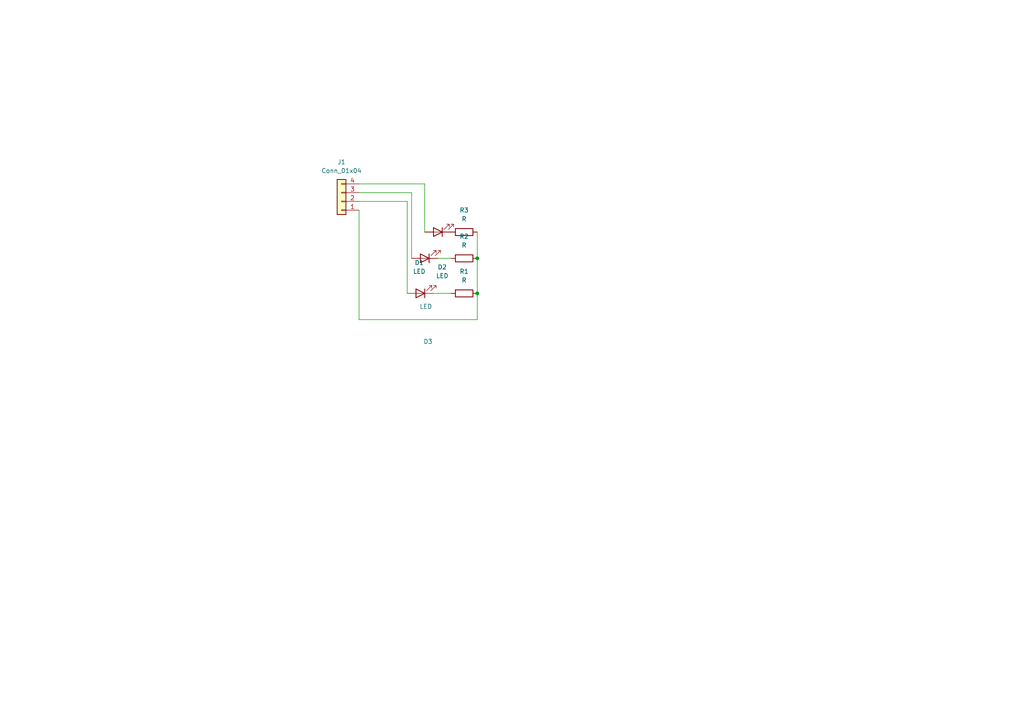
<source format=kicad_sch>
(kicad_sch (version 20230121) (generator eeschema)
  (paper "A4")
  (lib_symbols
    (symbol "Connector_Generic:Conn_01x04" (pin_names (offset 1.016) hide)
      (property "Reference" "J" (at 0 5.08 0))
      (property "Value" "Conn_01x04" (at 0 -7.62 0))
      (symbol "Conn_01x04_1_1"
        (rectangle (start -1.27 -4.953) (end 0 -5.207) (stroke (width 0.1524)))
        (rectangle (start -1.27 -2.413) (end 0 -2.667) (stroke (width 0.1524)))
        (rectangle (start -1.27 0.127) (end 0 -0.127) (stroke (width 0.1524)))
        (rectangle (start -1.27 2.667) (end 0 2.413) (stroke (width 0.1524)))
        (rectangle (start -1.27 3.81) (end 1.27 -6.35) (stroke (width 0.254)) (fill (type background)))
        (pin passive line (at -5.08 2.54 0) (length 3.81) (name "Pin_1") (number "1"))
        (pin passive line (at -5.08 0 0) (length 3.81) (name "Pin_2") (number "2"))
        (pin passive line (at -5.08 -2.54 0) (length 3.81) (name "Pin_3") (number "3"))
        (pin passive line (at -5.08 -5.08 0) (length 3.81) (name "Pin_4") (number "4"))
      )
    )
    (symbol "Device:LED" (pin_numbers hide) (pin_names (offset 1.016) hide)
      (property "Reference" "D" (at 0 2.54 0))
      (property "Value" "LED" (at 0 -2.54 0))
      (symbol "LED_0_1"
        (polyline (pts (xy -1.27 -1.27) (xy -1.27 1.27)) (stroke (width 0.254)))
        (polyline (pts (xy -1.27 0) (xy 1.27 0)))
        (polyline (pts (xy 1.27 -1.27) (xy 1.27 1.27) (xy -1.27 0) (xy 1.27 -1.27)) (stroke (width 0.254)))
        (polyline (pts (xy -3.048 -0.762) (xy -4.572 -2.286) (xy -3.81 -2.286) (xy -4.572 -2.286) (xy -4.572 -1.524)))
        (polyline (pts (xy -1.778 -0.762) (xy -3.302 -2.286) (xy -2.54 -2.286) (xy -3.302 -2.286) (xy -3.302 -1.524)))
      )
      (symbol "LED_1_1"
        (pin passive line (at -3.81 0 0) (length 2.54) (name "K") (number "1"))
        (pin passive line (at 3.81 0 180) (length 2.54) (name "A") (number "2"))
      )
    )
    (symbol "Device:R" (pin_numbers hide) (pin_names (offset 0))
      (property "Reference" "R" (at 2.032 0 90))
      (property "Value" "R" (at 0 0 90))
      (symbol "R_0_1"
        (rectangle (start -1.016 -2.54) (end 1.016 2.54) (stroke (width 0.254)))
      )
      (symbol "R_1_1"
        (pin passive line (at 0 3.81 270) (length 1.27) (name "~") (number "1"))
        (pin passive line (at 0 -3.81 90) (length 1.27) (name "~") (number "2"))
      )
    )
  )
  (junction (at 138.43 74.93))
  (junction (at 138.43 85.09))
  (wire (pts (xy 104.14 53.34) (xy 123.19 53.34)))
  (wire (pts (xy 138.43 74.93) (xy 138.43 85.09)))
  (wire (pts (xy 138.43 92.71) (xy 104.14 92.71)))
  (wire (pts (xy 123.19 53.34) (xy 123.19 67.31)))
  (wire (pts (xy 119.38 55.88) (xy 119.38 74.93)))
  (wire (pts (xy 125.73 85.09) (xy 130.81 85.09)))
  (wire (pts (xy 118.11 58.42) (xy 104.14 58.42)))
  (wire (pts (xy 138.43 67.31) (xy 138.43 74.93)))
  (wire (pts (xy 118.11 58.42) (xy 118.11 85.09)))
  (wire (pts (xy 138.43 85.09) (xy 138.43 92.71)))
  (wire (pts (xy 104.14 92.71) (xy 104.14 60.96)))
  (wire (pts (xy 104.14 55.88) (xy 119.38 55.88)))
  (wire (pts (xy 130.81 74.93) (xy 127 74.93)))
  (symbol (lib_id "Device:R") (at 134.62 85.09 90) (unit 1)
    (property "Reference" "R1" (at 134.62 78.74 90))
    (property "Value" "R" (at 134.62 81.28 90))
    (property "Footprint" "Resistor_THT:R_Axial_DIN0207_L6.3mm_D2.5mm_P10.16mm_Horizontal" (effects hide))
  )
  (symbol (lib_id "Device:LED") (at 123.19 74.93 180) (unit 1)
    (property "Reference" "D2" (at 128.27 77.47 0))
    (property "Value" "LED" (at 128.27 80.01 0))
    (property "Footprint" "LED_THT:LED_D1.8mm_W1.8mm_H2.4mm_Horizontal_O3.81mm_Z1.6mm" (effects hide))
  )
  (symbol (lib_id "Device:R") (at 134.62 67.31 90) (unit 1)
    (property "Reference" "R3" (at 134.62 60.96 90))
    (property "Value" "R" (at 134.62 63.5 90))
    (property "Footprint" "Resistor_THT:R_Axial_DIN0207_L6.3mm_D2.5mm_P10.16mm_Horizontal" (effects hide))
  )
  (symbol (lib_id "Connector_Generic:Conn_01x04") (at 99.06 58.42 180) (unit 1)
    (property "Reference" "J1" (at 99.06 46.99 0))
    (property "Value" "Conn_01x04" (at 99.06 49.53 0))
    (property "Footprint" "Connector_PinHeader_2.00mm:PinHeader_1x04_P2.00mm_Horizontal" (effects hide))
  )
  (symbol (lib_id "Device:R") (at 134.62 74.93 90) (unit 1)
    (property "Reference" "R2" (at 134.62 68.58 90))
    (property "Value" "R" (at 134.62 71.12 90))
    (property "Footprint" "Resistor_THT:R_Axial_DIN0207_L6.3mm_D2.5mm_P10.16mm_Horizontal" (effects hide))
  )
  (symbol (lib_id "Device:LED") (at 127 67.31 180) (unit 1)
    (property "Reference" "D1" (at 121.6025 76.2 0))
    (property "Value" "LED" (at 121.6025 78.74 0))
    (property "Footprint" "LED_THT:LED_D1.8mm_W1.8mm_H2.4mm_Horizontal_O3.81mm_Z1.6mm" (effects hide))
  )
  (symbol (lib_id "Device:LED") (at 121.92 85.09 180) (unit 1)
    (property "Reference" "D3" (at 124.1425 99.06 0))
    (property "Value" "LED" (at 123.5075 88.9 0))
    (property "Footprint" "LED_THT:LED_D1.8mm_W1.8mm_H2.4mm_Horizontal_O3.81mm_Z1.6mm" (effects hide))
  )
)
</source>
